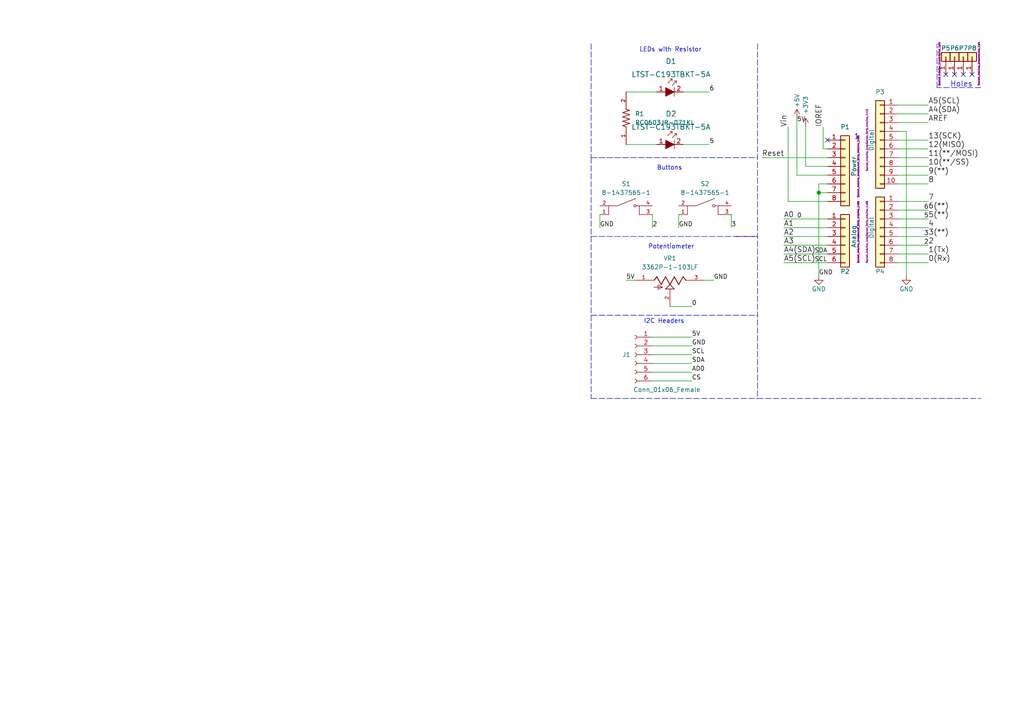
<source format=kicad_sch>
(kicad_sch (version 20211123) (generator eeschema)

  (uuid 6d5bf990-e87a-4829-a61f-8ea7b3162465)

  (paper "A4")

  (title_block
    (title "KiCad Project")
    (date "May 05 2022")
  )

  (lib_symbols
    (symbol "3362P-1-103LF:3362P-1-103LF" (pin_names (offset 1.016) hide) (in_bom yes) (on_board yes)
      (property "Reference" "VR" (id 0) (at -10.1854 2.54 0)
        (effects (font (size 1.27 1.27)) (justify left bottom))
      )
      (property "Value" "3362P-1-103LF" (id 1) (at -10.16 -7.6454 0)
        (effects (font (size 1.27 1.27)) (justify left bottom))
      )
      (property "Footprint" "TRIM_3362P-1-103LF" (id 2) (at 0 0 0)
        (effects (font (size 1.27 1.27)) (justify left bottom) hide)
      )
      (property "Datasheet" "" (id 3) (at 0 0 0)
        (effects (font (size 1.27 1.27)) (justify left bottom) hide)
      )
      (property "MF" "Bourns" (id 4) (at 0 0 0)
        (effects (font (size 1.27 1.27)) (justify left bottom) hide)
      )
      (property "PARTREV" "08/26/10" (id 5) (at 0 0 0)
        (effects (font (size 1.27 1.27)) (justify left bottom) hide)
      )
      (property "STANDARD" "Manufacturer Recommendation" (id 6) (at 0 0 0)
        (effects (font (size 1.27 1.27)) (justify left bottom) hide)
      )
      (property "MP" "3362P-1-205LF" (id 7) (at 0 0 0)
        (effects (font (size 1.27 1.27)) (justify left bottom) hide)
      )
      (property "ki_locked" "" (id 8) (at 0 0 0)
        (effects (font (size 1.27 1.27)))
      )
      (symbol "3362P-1-103LF_0_0"
        (polyline
          (pts
            (xy -5.08 0)
            (xy -4.572 0)
          )
          (stroke (width 0.1524) (type default) (color 0 0 0 0))
          (fill (type none))
        )
        (polyline
          (pts
            (xy -4.699 -2.032)
            (xy -2.159 -2.032)
          )
          (stroke (width 0.1524) (type default) (color 0 0 0 0))
          (fill (type none))
        )
        (polyline
          (pts
            (xy -4.572 0)
            (xy -3.81 1.016)
          )
          (stroke (width 0.254) (type default) (color 0 0 0 0))
          (fill (type none))
        )
        (polyline
          (pts
            (xy -3.81 1.016)
            (xy -2.54 -1.27)
          )
          (stroke (width 0.254) (type default) (color 0 0 0 0))
          (fill (type none))
        )
        (polyline
          (pts
            (xy -3.429 -2.667)
            (xy -3.429 -1.397)
          )
          (stroke (width 0.1524) (type default) (color 0 0 0 0))
          (fill (type none))
        )
        (polyline
          (pts
            (xy -3.429 -1.397)
            (xy -2.159 -2.032)
          )
          (stroke (width 0.1524) (type default) (color 0 0 0 0))
          (fill (type none))
        )
        (polyline
          (pts
            (xy -2.54 -1.27)
            (xy -1.27 1.016)
          )
          (stroke (width 0.254) (type default) (color 0 0 0 0))
          (fill (type none))
        )
        (polyline
          (pts
            (xy -2.159 -2.032)
            (xy -3.429 -2.667)
          )
          (stroke (width 0.1524) (type default) (color 0 0 0 0))
          (fill (type none))
        )
        (polyline
          (pts
            (xy -1.27 -2.54)
            (xy 0 -1.27)
          )
          (stroke (width 0.2032) (type default) (color 0 0 0 0))
          (fill (type none))
        )
        (polyline
          (pts
            (xy -1.27 1.016)
            (xy 0 -1.27)
          )
          (stroke (width 0.254) (type default) (color 0 0 0 0))
          (fill (type none))
        )
        (polyline
          (pts
            (xy 0 -1.27)
            (xy 1.27 -2.54)
          )
          (stroke (width 0.2032) (type default) (color 0 0 0 0))
          (fill (type none))
        )
        (polyline
          (pts
            (xy 0 -1.27)
            (xy 1.27 1.016)
          )
          (stroke (width 0.254) (type default) (color 0 0 0 0))
          (fill (type none))
        )
        (polyline
          (pts
            (xy 1.27 -2.54)
            (xy -1.27 -2.54)
          )
          (stroke (width 0.2032) (type default) (color 0 0 0 0))
          (fill (type none))
        )
        (polyline
          (pts
            (xy 1.27 1.016)
            (xy 2.54 -1.27)
          )
          (stroke (width 0.254) (type default) (color 0 0 0 0))
          (fill (type none))
        )
        (polyline
          (pts
            (xy 2.54 -1.27)
            (xy 3.81 1.016)
          )
          (stroke (width 0.254) (type default) (color 0 0 0 0))
          (fill (type none))
        )
        (polyline
          (pts
            (xy 3.81 1.016)
            (xy 4.572 0)
          )
          (stroke (width 0.254) (type default) (color 0 0 0 0))
          (fill (type none))
        )
        (polyline
          (pts
            (xy 4.572 0)
            (xy 5.08 0)
          )
          (stroke (width 0.1524) (type default) (color 0 0 0 0))
          (fill (type none))
        )
        (pin passive line (at -10.16 0 0) (length 5.08)
          (name "~" (effects (font (size 1.016 1.016))))
          (number "1" (effects (font (size 1.016 1.016))))
        )
        (pin passive line (at 0 -7.62 90) (length 5.08)
          (name "~" (effects (font (size 1.016 1.016))))
          (number "2" (effects (font (size 1.016 1.016))))
        )
        (pin passive line (at 10.16 0 180) (length 5.08)
          (name "~" (effects (font (size 1.016 1.016))))
          (number "3" (effects (font (size 1.016 1.016))))
        )
      )
    )
    (symbol "8-1437565-1:8-1437565-1" (pin_names (offset 1.016) hide) (in_bom yes) (on_board yes)
      (property "Reference" "S?" (id 0) (at 0 7.62 0)
        (effects (font (size 1.27 1.27)))
      )
      (property "Value" "8-1437565-1" (id 1) (at 0 5.08 0)
        (effects (font (size 1.27 1.27)))
      )
      (property "Footprint" "SW_8-1437565-1" (id 2) (at 8.89 3.81 0)
        (effects (font (size 1.27 1.27)) (justify left bottom) hide)
      )
      (property "Datasheet" "" (id 3) (at 0 0 0)
        (effects (font (size 1.27 1.27)) (justify left bottom) hide)
      )
      (property "Comment" "8-1437565-1" (id 4) (at 10.16 1.27 0)
        (effects (font (size 1.27 1.27)) (justify left bottom) hide)
      )
      (property "ki_locked" "" (id 5) (at 0 0 0)
        (effects (font (size 1.27 1.27)))
      )
      (symbol "8-1437565-1_0_0"
        (polyline
          (pts
            (xy -2.54 0)
            (xy -5.08 0)
          )
          (stroke (width 0.1524) (type default) (color 0 0 0 0))
          (fill (type none))
        )
        (polyline
          (pts
            (xy -2.54 0)
            (xy 2.794 2.1336)
          )
          (stroke (width 0.1524) (type default) (color 0 0 0 0))
          (fill (type none))
        )
        (polyline
          (pts
            (xy 5.08 0)
            (xy 2.921 0)
          )
          (stroke (width 0.1524) (type default) (color 0 0 0 0))
          (fill (type none))
        )
        (circle (center 2.54 0) (radius 0.3302)
          (stroke (width 0.1524) (type default) (color 0 0 0 0))
          (fill (type none))
        )
        (pin passive line (at -7.62 -2.54 0) (length 2.54)
          (name "~" (effects (font (size 1.016 1.016))))
          (number "1" (effects (font (size 1.016 1.016))))
        )
        (pin passive line (at -7.62 0 0) (length 2.54)
          (name "~" (effects (font (size 1.016 1.016))))
          (number "2" (effects (font (size 1.016 1.016))))
        )
        (pin passive line (at 7.62 -2.54 180) (length 2.54)
          (name "~" (effects (font (size 1.016 1.016))))
          (number "3" (effects (font (size 1.016 1.016))))
        )
        (pin passive line (at 7.62 0 180) (length 2.54)
          (name "~" (effects (font (size 1.016 1.016))))
          (number "4" (effects (font (size 1.016 1.016))))
        )
      )
      (symbol "8-1437565-1_0_1"
        (polyline
          (pts
            (xy -5.08 -2.54)
            (xy -5.08 0)
          )
          (stroke (width 0) (type default) (color 0 0 0 0))
          (fill (type none))
        )
        (polyline
          (pts
            (xy 3.81 -2.54)
            (xy 3.81 0)
          )
          (stroke (width 0) (type default) (color 0 0 0 0))
          (fill (type none))
        )
        (polyline
          (pts
            (xy 5.08 -2.54)
            (xy 3.81 -2.54)
          )
          (stroke (width 0) (type default) (color 0 0 0 0))
          (fill (type none))
        )
      )
    )
    (symbol "Connector:Conn_01x06_Female" (pin_names (offset 1.016) hide) (in_bom yes) (on_board yes)
      (property "Reference" "J" (id 0) (at 0 7.62 0)
        (effects (font (size 1.27 1.27)))
      )
      (property "Value" "Conn_01x06_Female" (id 1) (at 0 -10.16 0)
        (effects (font (size 1.27 1.27)))
      )
      (property "Footprint" "" (id 2) (at 0 0 0)
        (effects (font (size 1.27 1.27)) hide)
      )
      (property "Datasheet" "~" (id 3) (at 0 0 0)
        (effects (font (size 1.27 1.27)) hide)
      )
      (property "ki_keywords" "connector" (id 4) (at 0 0 0)
        (effects (font (size 1.27 1.27)) hide)
      )
      (property "ki_description" "Generic connector, single row, 01x06, script generated (kicad-library-utils/schlib/autogen/connector/)" (id 5) (at 0 0 0)
        (effects (font (size 1.27 1.27)) hide)
      )
      (property "ki_fp_filters" "Connector*:*_1x??_*" (id 6) (at 0 0 0)
        (effects (font (size 1.27 1.27)) hide)
      )
      (symbol "Conn_01x06_Female_1_1"
        (arc (start 0 -7.112) (mid -0.508 -7.62) (end 0 -8.128)
          (stroke (width 0.1524) (type default) (color 0 0 0 0))
          (fill (type none))
        )
        (arc (start 0 -4.572) (mid -0.508 -5.08) (end 0 -5.588)
          (stroke (width 0.1524) (type default) (color 0 0 0 0))
          (fill (type none))
        )
        (arc (start 0 -2.032) (mid -0.508 -2.54) (end 0 -3.048)
          (stroke (width 0.1524) (type default) (color 0 0 0 0))
          (fill (type none))
        )
        (polyline
          (pts
            (xy -1.27 -7.62)
            (xy -0.508 -7.62)
          )
          (stroke (width 0.1524) (type default) (color 0 0 0 0))
          (fill (type none))
        )
        (polyline
          (pts
            (xy -1.27 -5.08)
            (xy -0.508 -5.08)
          )
          (stroke (width 0.1524) (type default) (color 0 0 0 0))
          (fill (type none))
        )
        (polyline
          (pts
            (xy -1.27 -2.54)
            (xy -0.508 -2.54)
          )
          (stroke (width 0.1524) (type default) (color 0 0 0 0))
          (fill (type none))
        )
        (polyline
          (pts
            (xy -1.27 0)
            (xy -0.508 0)
          )
          (stroke (width 0.1524) (type default) (color 0 0 0 0))
          (fill (type none))
        )
        (polyline
          (pts
            (xy -1.27 2.54)
            (xy -0.508 2.54)
          )
          (stroke (width 0.1524) (type default) (color 0 0 0 0))
          (fill (type none))
        )
        (polyline
          (pts
            (xy -1.27 5.08)
            (xy -0.508 5.08)
          )
          (stroke (width 0.1524) (type default) (color 0 0 0 0))
          (fill (type none))
        )
        (arc (start 0 0.508) (mid -0.508 0) (end 0 -0.508)
          (stroke (width 0.1524) (type default) (color 0 0 0 0))
          (fill (type none))
        )
        (arc (start 0 3.048) (mid -0.508 2.54) (end 0 2.032)
          (stroke (width 0.1524) (type default) (color 0 0 0 0))
          (fill (type none))
        )
        (arc (start 0 5.588) (mid -0.508 5.08) (end 0 4.572)
          (stroke (width 0.1524) (type default) (color 0 0 0 0))
          (fill (type none))
        )
        (pin passive line (at -5.08 5.08 0) (length 3.81)
          (name "Pin_1" (effects (font (size 1.27 1.27))))
          (number "1" (effects (font (size 1.27 1.27))))
        )
        (pin passive line (at -5.08 2.54 0) (length 3.81)
          (name "Pin_2" (effects (font (size 1.27 1.27))))
          (number "2" (effects (font (size 1.27 1.27))))
        )
        (pin passive line (at -5.08 0 0) (length 3.81)
          (name "Pin_3" (effects (font (size 1.27 1.27))))
          (number "3" (effects (font (size 1.27 1.27))))
        )
        (pin passive line (at -5.08 -2.54 0) (length 3.81)
          (name "Pin_4" (effects (font (size 1.27 1.27))))
          (number "4" (effects (font (size 1.27 1.27))))
        )
        (pin passive line (at -5.08 -5.08 0) (length 3.81)
          (name "Pin_5" (effects (font (size 1.27 1.27))))
          (number "5" (effects (font (size 1.27 1.27))))
        )
        (pin passive line (at -5.08 -7.62 0) (length 3.81)
          (name "Pin_6" (effects (font (size 1.27 1.27))))
          (number "6" (effects (font (size 1.27 1.27))))
        )
      )
    )
    (symbol "Connector_Generic:Conn_01x01" (pin_names (offset 1.016) hide) (in_bom yes) (on_board yes)
      (property "Reference" "J" (id 0) (at 0 2.54 0)
        (effects (font (size 1.27 1.27)))
      )
      (property "Value" "Conn_01x01" (id 1) (at 0 -2.54 0)
        (effects (font (size 1.27 1.27)))
      )
      (property "Footprint" "" (id 2) (at 0 0 0)
        (effects (font (size 1.27 1.27)) hide)
      )
      (property "Datasheet" "~" (id 3) (at 0 0 0)
        (effects (font (size 1.27 1.27)) hide)
      )
      (property "ki_keywords" "connector" (id 4) (at 0 0 0)
        (effects (font (size 1.27 1.27)) hide)
      )
      (property "ki_description" "Generic connector, single row, 01x01, script generated (kicad-library-utils/schlib/autogen/connector/)" (id 5) (at 0 0 0)
        (effects (font (size 1.27 1.27)) hide)
      )
      (property "ki_fp_filters" "Connector*:*_1x??_*" (id 6) (at 0 0 0)
        (effects (font (size 1.27 1.27)) hide)
      )
      (symbol "Conn_01x01_1_1"
        (rectangle (start -1.27 0.127) (end 0 -0.127)
          (stroke (width 0.1524) (type default) (color 0 0 0 0))
          (fill (type none))
        )
        (rectangle (start -1.27 1.27) (end 1.27 -1.27)
          (stroke (width 0.254) (type default) (color 0 0 0 0))
          (fill (type background))
        )
        (pin passive line (at -5.08 0 0) (length 3.81)
          (name "Pin_1" (effects (font (size 1.27 1.27))))
          (number "1" (effects (font (size 1.27 1.27))))
        )
      )
    )
    (symbol "Connector_Generic:Conn_01x06" (pin_names (offset 1.016) hide) (in_bom yes) (on_board yes)
      (property "Reference" "J" (id 0) (at 0 7.62 0)
        (effects (font (size 1.27 1.27)))
      )
      (property "Value" "Conn_01x06" (id 1) (at 0 -10.16 0)
        (effects (font (size 1.27 1.27)))
      )
      (property "Footprint" "" (id 2) (at 0 0 0)
        (effects (font (size 1.27 1.27)) hide)
      )
      (property "Datasheet" "~" (id 3) (at 0 0 0)
        (effects (font (size 1.27 1.27)) hide)
      )
      (property "ki_keywords" "connector" (id 4) (at 0 0 0)
        (effects (font (size 1.27 1.27)) hide)
      )
      (property "ki_description" "Generic connector, single row, 01x06, script generated (kicad-library-utils/schlib/autogen/connector/)" (id 5) (at 0 0 0)
        (effects (font (size 1.27 1.27)) hide)
      )
      (property "ki_fp_filters" "Connector*:*_1x??_*" (id 6) (at 0 0 0)
        (effects (font (size 1.27 1.27)) hide)
      )
      (symbol "Conn_01x06_1_1"
        (rectangle (start -1.27 -7.493) (end 0 -7.747)
          (stroke (width 0.1524) (type default) (color 0 0 0 0))
          (fill (type none))
        )
        (rectangle (start -1.27 -4.953) (end 0 -5.207)
          (stroke (width 0.1524) (type default) (color 0 0 0 0))
          (fill (type none))
        )
        (rectangle (start -1.27 -2.413) (end 0 -2.667)
          (stroke (width 0.1524) (type default) (color 0 0 0 0))
          (fill (type none))
        )
        (rectangle (start -1.27 0.127) (end 0 -0.127)
          (stroke (width 0.1524) (type default) (color 0 0 0 0))
          (fill (type none))
        )
        (rectangle (start -1.27 2.667) (end 0 2.413)
          (stroke (width 0.1524) (type default) (color 0 0 0 0))
          (fill (type none))
        )
        (rectangle (start -1.27 5.207) (end 0 4.953)
          (stroke (width 0.1524) (type default) (color 0 0 0 0))
          (fill (type none))
        )
        (rectangle (start -1.27 6.35) (end 1.27 -8.89)
          (stroke (width 0.254) (type default) (color 0 0 0 0))
          (fill (type background))
        )
        (pin passive line (at -5.08 5.08 0) (length 3.81)
          (name "Pin_1" (effects (font (size 1.27 1.27))))
          (number "1" (effects (font (size 1.27 1.27))))
        )
        (pin passive line (at -5.08 2.54 0) (length 3.81)
          (name "Pin_2" (effects (font (size 1.27 1.27))))
          (number "2" (effects (font (size 1.27 1.27))))
        )
        (pin passive line (at -5.08 0 0) (length 3.81)
          (name "Pin_3" (effects (font (size 1.27 1.27))))
          (number "3" (effects (font (size 1.27 1.27))))
        )
        (pin passive line (at -5.08 -2.54 0) (length 3.81)
          (name "Pin_4" (effects (font (size 1.27 1.27))))
          (number "4" (effects (font (size 1.27 1.27))))
        )
        (pin passive line (at -5.08 -5.08 0) (length 3.81)
          (name "Pin_5" (effects (font (size 1.27 1.27))))
          (number "5" (effects (font (size 1.27 1.27))))
        )
        (pin passive line (at -5.08 -7.62 0) (length 3.81)
          (name "Pin_6" (effects (font (size 1.27 1.27))))
          (number "6" (effects (font (size 1.27 1.27))))
        )
      )
    )
    (symbol "Connector_Generic:Conn_01x08" (pin_names (offset 1.016) hide) (in_bom yes) (on_board yes)
      (property "Reference" "J" (id 0) (at 0 10.16 0)
        (effects (font (size 1.27 1.27)))
      )
      (property "Value" "Conn_01x08" (id 1) (at 0 -12.7 0)
        (effects (font (size 1.27 1.27)))
      )
      (property "Footprint" "" (id 2) (at 0 0 0)
        (effects (font (size 1.27 1.27)) hide)
      )
      (property "Datasheet" "~" (id 3) (at 0 0 0)
        (effects (font (size 1.27 1.27)) hide)
      )
      (property "ki_keywords" "connector" (id 4) (at 0 0 0)
        (effects (font (size 1.27 1.27)) hide)
      )
      (property "ki_description" "Generic connector, single row, 01x08, script generated (kicad-library-utils/schlib/autogen/connector/)" (id 5) (at 0 0 0)
        (effects (font (size 1.27 1.27)) hide)
      )
      (property "ki_fp_filters" "Connector*:*_1x??_*" (id 6) (at 0 0 0)
        (effects (font (size 1.27 1.27)) hide)
      )
      (symbol "Conn_01x08_1_1"
        (rectangle (start -1.27 -10.033) (end 0 -10.287)
          (stroke (width 0.1524) (type default) (color 0 0 0 0))
          (fill (type none))
        )
        (rectangle (start -1.27 -7.493) (end 0 -7.747)
          (stroke (width 0.1524) (type default) (color 0 0 0 0))
          (fill (type none))
        )
        (rectangle (start -1.27 -4.953) (end 0 -5.207)
          (stroke (width 0.1524) (type default) (color 0 0 0 0))
          (fill (type none))
        )
        (rectangle (start -1.27 -2.413) (end 0 -2.667)
          (stroke (width 0.1524) (type default) (color 0 0 0 0))
          (fill (type none))
        )
        (rectangle (start -1.27 0.127) (end 0 -0.127)
          (stroke (width 0.1524) (type default) (color 0 0 0 0))
          (fill (type none))
        )
        (rectangle (start -1.27 2.667) (end 0 2.413)
          (stroke (width 0.1524) (type default) (color 0 0 0 0))
          (fill (type none))
        )
        (rectangle (start -1.27 5.207) (end 0 4.953)
          (stroke (width 0.1524) (type default) (color 0 0 0 0))
          (fill (type none))
        )
        (rectangle (start -1.27 7.747) (end 0 7.493)
          (stroke (width 0.1524) (type default) (color 0 0 0 0))
          (fill (type none))
        )
        (rectangle (start -1.27 8.89) (end 1.27 -11.43)
          (stroke (width 0.254) (type default) (color 0 0 0 0))
          (fill (type background))
        )
        (pin passive line (at -5.08 7.62 0) (length 3.81)
          (name "Pin_1" (effects (font (size 1.27 1.27))))
          (number "1" (effects (font (size 1.27 1.27))))
        )
        (pin passive line (at -5.08 5.08 0) (length 3.81)
          (name "Pin_2" (effects (font (size 1.27 1.27))))
          (number "2" (effects (font (size 1.27 1.27))))
        )
        (pin passive line (at -5.08 2.54 0) (length 3.81)
          (name "Pin_3" (effects (font (size 1.27 1.27))))
          (number "3" (effects (font (size 1.27 1.27))))
        )
        (pin passive line (at -5.08 0 0) (length 3.81)
          (name "Pin_4" (effects (font (size 1.27 1.27))))
          (number "4" (effects (font (size 1.27 1.27))))
        )
        (pin passive line (at -5.08 -2.54 0) (length 3.81)
          (name "Pin_5" (effects (font (size 1.27 1.27))))
          (number "5" (effects (font (size 1.27 1.27))))
        )
        (pin passive line (at -5.08 -5.08 0) (length 3.81)
          (name "Pin_6" (effects (font (size 1.27 1.27))))
          (number "6" (effects (font (size 1.27 1.27))))
        )
        (pin passive line (at -5.08 -7.62 0) (length 3.81)
          (name "Pin_7" (effects (font (size 1.27 1.27))))
          (number "7" (effects (font (size 1.27 1.27))))
        )
        (pin passive line (at -5.08 -10.16 0) (length 3.81)
          (name "Pin_8" (effects (font (size 1.27 1.27))))
          (number "8" (effects (font (size 1.27 1.27))))
        )
      )
    )
    (symbol "Connector_Generic:Conn_01x10" (pin_names (offset 1.016) hide) (in_bom yes) (on_board yes)
      (property "Reference" "J" (id 0) (at 0 12.7 0)
        (effects (font (size 1.27 1.27)))
      )
      (property "Value" "Conn_01x10" (id 1) (at 0 -15.24 0)
        (effects (font (size 1.27 1.27)))
      )
      (property "Footprint" "" (id 2) (at 0 0 0)
        (effects (font (size 1.27 1.27)) hide)
      )
      (property "Datasheet" "~" (id 3) (at 0 0 0)
        (effects (font (size 1.27 1.27)) hide)
      )
      (property "ki_keywords" "connector" (id 4) (at 0 0 0)
        (effects (font (size 1.27 1.27)) hide)
      )
      (property "ki_description" "Generic connector, single row, 01x10, script generated (kicad-library-utils/schlib/autogen/connector/)" (id 5) (at 0 0 0)
        (effects (font (size 1.27 1.27)) hide)
      )
      (property "ki_fp_filters" "Connector*:*_1x??_*" (id 6) (at 0 0 0)
        (effects (font (size 1.27 1.27)) hide)
      )
      (symbol "Conn_01x10_1_1"
        (rectangle (start -1.27 -12.573) (end 0 -12.827)
          (stroke (width 0.1524) (type default) (color 0 0 0 0))
          (fill (type none))
        )
        (rectangle (start -1.27 -10.033) (end 0 -10.287)
          (stroke (width 0.1524) (type default) (color 0 0 0 0))
          (fill (type none))
        )
        (rectangle (start -1.27 -7.493) (end 0 -7.747)
          (stroke (width 0.1524) (type default) (color 0 0 0 0))
          (fill (type none))
        )
        (rectangle (start -1.27 -4.953) (end 0 -5.207)
          (stroke (width 0.1524) (type default) (color 0 0 0 0))
          (fill (type none))
        )
        (rectangle (start -1.27 -2.413) (end 0 -2.667)
          (stroke (width 0.1524) (type default) (color 0 0 0 0))
          (fill (type none))
        )
        (rectangle (start -1.27 0.127) (end 0 -0.127)
          (stroke (width 0.1524) (type default) (color 0 0 0 0))
          (fill (type none))
        )
        (rectangle (start -1.27 2.667) (end 0 2.413)
          (stroke (width 0.1524) (type default) (color 0 0 0 0))
          (fill (type none))
        )
        (rectangle (start -1.27 5.207) (end 0 4.953)
          (stroke (width 0.1524) (type default) (color 0 0 0 0))
          (fill (type none))
        )
        (rectangle (start -1.27 7.747) (end 0 7.493)
          (stroke (width 0.1524) (type default) (color 0 0 0 0))
          (fill (type none))
        )
        (rectangle (start -1.27 10.287) (end 0 10.033)
          (stroke (width 0.1524) (type default) (color 0 0 0 0))
          (fill (type none))
        )
        (rectangle (start -1.27 11.43) (end 1.27 -13.97)
          (stroke (width 0.254) (type default) (color 0 0 0 0))
          (fill (type background))
        )
        (pin passive line (at -5.08 10.16 0) (length 3.81)
          (name "Pin_1" (effects (font (size 1.27 1.27))))
          (number "1" (effects (font (size 1.27 1.27))))
        )
        (pin passive line (at -5.08 -12.7 0) (length 3.81)
          (name "Pin_10" (effects (font (size 1.27 1.27))))
          (number "10" (effects (font (size 1.27 1.27))))
        )
        (pin passive line (at -5.08 7.62 0) (length 3.81)
          (name "Pin_2" (effects (font (size 1.27 1.27))))
          (number "2" (effects (font (size 1.27 1.27))))
        )
        (pin passive line (at -5.08 5.08 0) (length 3.81)
          (name "Pin_3" (effects (font (size 1.27 1.27))))
          (number "3" (effects (font (size 1.27 1.27))))
        )
        (pin passive line (at -5.08 2.54 0) (length 3.81)
          (name "Pin_4" (effects (font (size 1.27 1.27))))
          (number "4" (effects (font (size 1.27 1.27))))
        )
        (pin passive line (at -5.08 0 0) (length 3.81)
          (name "Pin_5" (effects (font (size 1.27 1.27))))
          (number "5" (effects (font (size 1.27 1.27))))
        )
        (pin passive line (at -5.08 -2.54 0) (length 3.81)
          (name "Pin_6" (effects (font (size 1.27 1.27))))
          (number "6" (effects (font (size 1.27 1.27))))
        )
        (pin passive line (at -5.08 -5.08 0) (length 3.81)
          (name "Pin_7" (effects (font (size 1.27 1.27))))
          (number "7" (effects (font (size 1.27 1.27))))
        )
        (pin passive line (at -5.08 -7.62 0) (length 3.81)
          (name "Pin_8" (effects (font (size 1.27 1.27))))
          (number "8" (effects (font (size 1.27 1.27))))
        )
        (pin passive line (at -5.08 -10.16 0) (length 3.81)
          (name "Pin_9" (effects (font (size 1.27 1.27))))
          (number "9" (effects (font (size 1.27 1.27))))
        )
      )
    )
    (symbol "RC0603JR-071KL:RC0603JR-071KL" (pin_names (offset 1.016) hide) (in_bom yes) (on_board yes)
      (property "Reference" "R" (id 0) (at -3.81 1.4986 0)
        (effects (font (size 1.27 1.27)) (justify left bottom))
      )
      (property "Value" "RC0603JR-071KL" (id 1) (at -3.81 -3.302 0)
        (effects (font (size 1.27 1.27)) (justify left bottom))
      )
      (property "Footprint" "RESC1607X60N" (id 2) (at 0 0 0)
        (effects (font (size 1.27 1.27)) (justify left bottom) hide)
      )
      (property "Datasheet" "" (id 3) (at 0 0 0)
        (effects (font (size 1.27 1.27)) (justify left bottom) hide)
      )
      (property "ki_locked" "" (id 4) (at 0 0 0)
        (effects (font (size 1.27 1.27)))
      )
      (symbol "RC0603JR-071KL_0_0"
        (polyline
          (pts
            (xy -2.54 0)
            (xy -2.159 1.016)
          )
          (stroke (width 0.2032) (type default) (color 0 0 0 0))
          (fill (type none))
        )
        (polyline
          (pts
            (xy -2.159 1.016)
            (xy -1.524 -1.016)
          )
          (stroke (width 0.2032) (type default) (color 0 0 0 0))
          (fill (type none))
        )
        (polyline
          (pts
            (xy -1.524 -1.016)
            (xy -0.889 1.016)
          )
          (stroke (width 0.2032) (type default) (color 0 0 0 0))
          (fill (type none))
        )
        (polyline
          (pts
            (xy -0.889 1.016)
            (xy -0.254 -1.016)
          )
          (stroke (width 0.2032) (type default) (color 0 0 0 0))
          (fill (type none))
        )
        (polyline
          (pts
            (xy -0.254 -1.016)
            (xy 0.381 1.016)
          )
          (stroke (width 0.2032) (type default) (color 0 0 0 0))
          (fill (type none))
        )
        (polyline
          (pts
            (xy 0.381 1.016)
            (xy 1.016 -1.016)
          )
          (stroke (width 0.2032) (type default) (color 0 0 0 0))
          (fill (type none))
        )
        (polyline
          (pts
            (xy 1.016 -1.016)
            (xy 1.651 1.016)
          )
          (stroke (width 0.2032) (type default) (color 0 0 0 0))
          (fill (type none))
        )
        (polyline
          (pts
            (xy 1.651 1.016)
            (xy 2.286 -1.016)
          )
          (stroke (width 0.2032) (type default) (color 0 0 0 0))
          (fill (type none))
        )
        (polyline
          (pts
            (xy 2.286 -1.016)
            (xy 2.54 0)
          )
          (stroke (width 0.2032) (type default) (color 0 0 0 0))
          (fill (type none))
        )
        (pin passive line (at -7.62 0 0) (length 5.08)
          (name "~" (effects (font (size 1.016 1.016))))
          (number "1" (effects (font (size 1.016 1.016))))
        )
        (pin passive line (at 7.62 0 180) (length 5.08)
          (name "~" (effects (font (size 1.016 1.016))))
          (number "2" (effects (font (size 1.016 1.016))))
        )
      )
    )
    (symbol "dk_LED-Indication-Discrete:LTST-C193TBKT-5A" (pin_names (offset 0)) (in_bom yes) (on_board yes)
      (property "Reference" "D" (id 0) (at -3.81 2.54 0)
        (effects (font (size 1.524 1.524)))
      )
      (property "Value" "LTST-C193TBKT-5A" (id 1) (at 0 -3.81 0)
        (effects (font (size 1.524 1.524)))
      )
      (property "Footprint" "digikey-footprints:0603" (id 2) (at 5.08 5.08 0)
        (effects (font (size 1.524 1.524)) (justify left) hide)
      )
      (property "Datasheet" "https://media.digikey.com/pdf/Data%20Sheets/Lite-On%20PDFs/LTST-C193TBKT-5A.pdf" (id 3) (at 5.08 7.62 0)
        (effects (font (size 1.524 1.524)) (justify left) hide)
      )
      (property "Digi-Key_PN" "160-1827-1-ND" (id 4) (at 5.08 10.16 0)
        (effects (font (size 1.524 1.524)) (justify left) hide)
      )
      (property "MPN" "LTST-C193TBKT-5A" (id 5) (at 5.08 12.7 0)
        (effects (font (size 1.524 1.524)) (justify left) hide)
      )
      (property "Category" "Optoelectronics" (id 6) (at 5.08 15.24 0)
        (effects (font (size 1.524 1.524)) (justify left) hide)
      )
      (property "Family" "LED Indication - Discrete" (id 7) (at 5.08 17.78 0)
        (effects (font (size 1.524 1.524)) (justify left) hide)
      )
      (property "DK_Datasheet_Link" "https://media.digikey.com/pdf/Data%20Sheets/Lite-On%20PDFs/LTST-C193TBKT-5A.pdf" (id 8) (at 5.08 20.32 0)
        (effects (font (size 1.524 1.524)) (justify left) hide)
      )
      (property "DK_Detail_Page" "/product-detail/en/lite-on-inc/LTST-C193TBKT-5A/160-1827-1-ND/2355044" (id 9) (at 5.08 22.86 0)
        (effects (font (size 1.524 1.524)) (justify left) hide)
      )
      (property "Description" "LED BLUE CLEAR CHIP SMD" (id 10) (at 5.08 25.4 0)
        (effects (font (size 1.524 1.524)) (justify left) hide)
      )
      (property "Manufacturer" "Lite-On Inc." (id 11) (at 5.08 27.94 0)
        (effects (font (size 1.524 1.524)) (justify left) hide)
      )
      (property "Status" "Active" (id 12) (at 5.08 30.48 0)
        (effects (font (size 1.524 1.524)) (justify left) hide)
      )
      (property "ki_keywords" "160-1827-1-ND" (id 13) (at 0 0 0)
        (effects (font (size 1.27 1.27)) hide)
      )
      (property "ki_description" "LED BLUE CLEAR CHIP SMD" (id 14) (at 0 0 0)
        (effects (font (size 1.27 1.27)) hide)
      )
      (symbol "LTST-C193TBKT-5A_0_1"
        (polyline
          (pts
            (xy -0.635 3.81)
            (xy -1.905 2.54)
          )
          (stroke (width 0) (type default) (color 0 0 0 0))
          (fill (type none))
        )
        (polyline
          (pts
            (xy 0 1.27)
            (xy 0 -1.27)
          )
          (stroke (width 0) (type default) (color 0 0 0 0))
          (fill (type none))
        )
        (polyline
          (pts
            (xy 0.635 3.175)
            (xy -0.635 1.905)
          )
          (stroke (width 0) (type default) (color 0 0 0 0))
          (fill (type none))
        )
        (polyline
          (pts
            (xy -1.27 3.81)
            (xy -0.635 3.81)
            (xy -0.635 3.175)
          )
          (stroke (width 0) (type default) (color 0 0 0 0))
          (fill (type none))
        )
        (polyline
          (pts
            (xy 0 3.175)
            (xy 0.635 3.175)
            (xy 0.635 2.54)
          )
          (stroke (width 0) (type default) (color 0 0 0 0))
          (fill (type none))
        )
        (polyline
          (pts
            (xy -2.54 1.27)
            (xy -2.54 -1.27)
            (xy 0 0)
            (xy -2.54 1.27)
          )
          (stroke (width 0) (type default) (color 0 0 0 0))
          (fill (type outline))
        )
      )
      (symbol "LTST-C193TBKT-5A_1_1"
        (pin passive line (at -5.08 0 0) (length 2.54)
          (name "~" (effects (font (size 1.27 1.27))))
          (number "1" (effects (font (size 1.27 1.27))))
        )
        (pin passive line (at 2.54 0 180) (length 2.54)
          (name "~" (effects (font (size 1.27 1.27))))
          (number "2" (effects (font (size 1.27 1.27))))
        )
      )
    )
    (symbol "power:+3.3V" (power) (pin_names (offset 0)) (in_bom yes) (on_board yes)
      (property "Reference" "#PWR" (id 0) (at 0 -3.81 0)
        (effects (font (size 1.27 1.27)) hide)
      )
      (property "Value" "+3.3V" (id 1) (at 0 3.556 0)
        (effects (font (size 1.27 1.27)))
      )
      (property "Footprint" "" (id 2) (at 0 0 0)
        (effects (font (size 1.27 1.27)) hide)
      )
      (property "Datasheet" "" (id 3) (at 0 0 0)
        (effects (font (size 1.27 1.27)) hide)
      )
      (property "ki_keywords" "power-flag" (id 4) (at 0 0 0)
        (effects (font (size 1.27 1.27)) hide)
      )
      (property "ki_description" "Power symbol creates a global label with name \"+3.3V\"" (id 5) (at 0 0 0)
        (effects (font (size 1.27 1.27)) hide)
      )
      (symbol "+3.3V_0_1"
        (polyline
          (pts
            (xy -0.762 1.27)
            (xy 0 2.54)
          )
          (stroke (width 0) (type default) (color 0 0 0 0))
          (fill (type none))
        )
        (polyline
          (pts
            (xy 0 0)
            (xy 0 2.54)
          )
          (stroke (width 0) (type default) (color 0 0 0 0))
          (fill (type none))
        )
        (polyline
          (pts
            (xy 0 2.54)
            (xy 0.762 1.27)
          )
          (stroke (width 0) (type default) (color 0 0 0 0))
          (fill (type none))
        )
      )
      (symbol "+3.3V_1_1"
        (pin power_in line (at 0 0 90) (length 0) hide
          (name "+3V3" (effects (font (size 1.27 1.27))))
          (number "1" (effects (font (size 1.27 1.27))))
        )
      )
    )
    (symbol "power:+5V" (power) (pin_names (offset 0)) (in_bom yes) (on_board yes)
      (property "Reference" "#PWR" (id 0) (at 0 -3.81 0)
        (effects (font (size 1.27 1.27)) hide)
      )
      (property "Value" "+5V" (id 1) (at 0 3.556 0)
        (effects (font (size 1.27 1.27)))
      )
      (property "Footprint" "" (id 2) (at 0 0 0)
        (effects (font (size 1.27 1.27)) hide)
      )
      (property "Datasheet" "" (id 3) (at 0 0 0)
        (effects (font (size 1.27 1.27)) hide)
      )
      (property "ki_keywords" "power-flag" (id 4) (at 0 0 0)
        (effects (font (size 1.27 1.27)) hide)
      )
      (property "ki_description" "Power symbol creates a global label with name \"+5V\"" (id 5) (at 0 0 0)
        (effects (font (size 1.27 1.27)) hide)
      )
      (symbol "+5V_0_1"
        (polyline
          (pts
            (xy -0.762 1.27)
            (xy 0 2.54)
          )
          (stroke (width 0) (type default) (color 0 0 0 0))
          (fill (type none))
        )
        (polyline
          (pts
            (xy 0 0)
            (xy 0 2.54)
          )
          (stroke (width 0) (type default) (color 0 0 0 0))
          (fill (type none))
        )
        (polyline
          (pts
            (xy 0 2.54)
            (xy 0.762 1.27)
          )
          (stroke (width 0) (type default) (color 0 0 0 0))
          (fill (type none))
        )
      )
      (symbol "+5V_1_1"
        (pin power_in line (at 0 0 90) (length 0) hide
          (name "+5V" (effects (font (size 1.27 1.27))))
          (number "1" (effects (font (size 1.27 1.27))))
        )
      )
    )
    (symbol "power:GND" (power) (pin_names (offset 0)) (in_bom yes) (on_board yes)
      (property "Reference" "#PWR" (id 0) (at 0 -6.35 0)
        (effects (font (size 1.27 1.27)) hide)
      )
      (property "Value" "GND" (id 1) (at 0 -3.81 0)
        (effects (font (size 1.27 1.27)))
      )
      (property "Footprint" "" (id 2) (at 0 0 0)
        (effects (font (size 1.27 1.27)) hide)
      )
      (property "Datasheet" "" (id 3) (at 0 0 0)
        (effects (font (size 1.27 1.27)) hide)
      )
      (property "ki_keywords" "power-flag" (id 4) (at 0 0 0)
        (effects (font (size 1.27 1.27)) hide)
      )
      (property "ki_description" "Power symbol creates a global label with name \"GND\" , ground" (id 5) (at 0 0 0)
        (effects (font (size 1.27 1.27)) hide)
      )
      (symbol "GND_0_1"
        (polyline
          (pts
            (xy 0 0)
            (xy 0 -1.27)
            (xy 1.27 -1.27)
            (xy 0 -2.54)
            (xy -1.27 -1.27)
            (xy 0 -1.27)
          )
          (stroke (width 0) (type default) (color 0 0 0 0))
          (fill (type none))
        )
      )
      (symbol "GND_1_1"
        (pin power_in line (at 0 0 270) (length 0) hide
          (name "GND" (effects (font (size 1.27 1.27))))
          (number "1" (effects (font (size 1.27 1.27))))
        )
      )
    )
  )


  (junction (at 237.49 55.88) (diameter 1.016) (color 0 0 0 0)
    (uuid f0305a19-1293-46c9-9810-aa49b8dab8a4)
  )

  (no_connect (at 279.4 21.59) (uuid 1e6b0158-998f-479f-b5f3-a9a5c4344aa5))
  (no_connect (at 274.32 21.59) (uuid 21366241-88bb-42b5-950a-a4754adb3a1f))
  (no_connect (at 276.86 21.59) (uuid 758fd30e-3356-4227-a550-77c711885a43))
  (no_connect (at 281.94 21.59) (uuid 8f403774-7818-41c9-9d2d-6d850f8c47f7))
  (no_connect (at 240.03 40.64) (uuid 9f0cde0b-9c6a-4eb9-a729-bc8288f3f315))

  (wire (pts (xy 240.03 48.26) (xy 233.68 48.26))
    (stroke (width 0) (type solid) (color 0 0 0 0))
    (uuid 0757f431-c497-40d7-959f-e2313f119673)
  )
  (wire (pts (xy 189.23 97.79) (xy 200.66 97.79))
    (stroke (width 0) (type default) (color 0 0 0 0))
    (uuid 098f04d8-c615-4cff-9381-3187b7380780)
  )
  (wire (pts (xy 240.03 71.12) (xy 227.33 71.12))
    (stroke (width 0) (type solid) (color 0 0 0 0))
    (uuid 0aedcc2d-5c81-44ad-9067-9f2bc34b25ff)
  )
  (wire (pts (xy 189.23 62.23) (xy 189.23 66.04))
    (stroke (width 0) (type default) (color 0 0 0 0))
    (uuid 15208437-3b7f-4123-9294-afa451f9db7b)
  )
  (wire (pts (xy 260.35 63.5) (xy 269.24 63.5))
    (stroke (width 0) (type solid) (color 0 0 0 0))
    (uuid 18ca34c7-1950-4d5c-9bbf-8aa0a2b56d25)
  )
  (polyline (pts (xy 171.45 45.72) (xy 171.45 68.58))
    (stroke (width 0) (type default) (color 0 0 0 0))
    (uuid 210a4deb-4fbc-4e3d-a3cd-d8155d93bfd5)
  )

  (wire (pts (xy 196.85 62.23) (xy 196.85 66.04))
    (stroke (width 0) (type default) (color 0 0 0 0))
    (uuid 264980e5-9d2a-438c-9642-79d7b68a0603)
  )
  (wire (pts (xy 181.61 41.91) (xy 190.5 41.91))
    (stroke (width 0) (type default) (color 0 0 0 0))
    (uuid 2754e01a-b559-4b85-b119-f57f793e07a5)
  )
  (wire (pts (xy 237.49 53.34) (xy 237.49 55.88))
    (stroke (width 0) (type solid) (color 0 0 0 0))
    (uuid 336c97b9-538f-4574-a297-e9441308128a)
  )
  (polyline (pts (xy 213.36 68.58) (xy 219.71 68.58))
    (stroke (width 0) (type default) (color 0 0 0 0))
    (uuid 3963858b-1cc3-40e8-96b5-61e2fe472a2e)
  )

  (wire (pts (xy 260.35 43.18) (xy 269.24 43.18))
    (stroke (width 0) (type solid) (color 0 0 0 0))
    (uuid 3d0bcd1c-31fa-4001-872f-3afc2035ff3c)
  )
  (wire (pts (xy 262.89 38.1) (xy 262.89 80.01))
    (stroke (width 0) (type solid) (color 0 0 0 0))
    (uuid 3ea2cac2-ec24-4c1b-ba72-a41e73570c6e)
  )
  (wire (pts (xy 240.03 53.34) (xy 237.49 53.34))
    (stroke (width 0) (type solid) (color 0 0 0 0))
    (uuid 3f87af4b-1ede-4942-9ad3-8dc552d70c71)
  )
  (wire (pts (xy 260.35 53.34) (xy 269.24 53.34))
    (stroke (width 0) (type solid) (color 0 0 0 0))
    (uuid 50d665e7-0327-4a60-954f-50d92b9d42a4)
  )
  (wire (pts (xy 238.76 43.18) (xy 240.03 43.18))
    (stroke (width 0) (type solid) (color 0 0 0 0))
    (uuid 51361c11-8657-4912-9f76-0970acb41e8f)
  )
  (polyline (pts (xy 171.45 68.58) (xy 219.71 68.58))
    (stroke (width 0) (type default) (color 0 0 0 0))
    (uuid 51af19a6-b6cc-4438-bf3e-a6f62f67afba)
  )

  (wire (pts (xy 198.12 41.91) (xy 205.74 41.91))
    (stroke (width 0) (type default) (color 0 0 0 0))
    (uuid 521531c1-d4a7-45db-948f-e0babcc7d9fe)
  )
  (wire (pts (xy 240.03 50.8) (xy 231.14 50.8))
    (stroke (width 0) (type solid) (color 0 0 0 0))
    (uuid 522d977e-46c5-4026-81ac-3681544b1781)
  )
  (wire (pts (xy 181.61 81.28) (xy 184.15 81.28))
    (stroke (width 0) (type default) (color 0 0 0 0))
    (uuid 53340821-6ad3-42f2-bf98-8caaaa716dca)
  )
  (wire (pts (xy 260.35 40.64) (xy 269.24 40.64))
    (stroke (width 0) (type solid) (color 0 0 0 0))
    (uuid 5fbd8995-f7e4-4120-b746-a46c215926cb)
  )
  (wire (pts (xy 260.35 58.42) (xy 269.24 58.42))
    (stroke (width 0) (type solid) (color 0 0 0 0))
    (uuid 64bb48d7-253a-4034-b06b-c11f4dc6113e)
  )
  (wire (pts (xy 240.03 66.04) (xy 227.33 66.04))
    (stroke (width 0) (type solid) (color 0 0 0 0))
    (uuid 64c8ccb5-eb16-41c0-b485-071bc686fac4)
  )
  (wire (pts (xy 260.35 30.48) (xy 269.24 30.48))
    (stroke (width 0) (type solid) (color 0 0 0 0))
    (uuid 67fd595c-eaf3-4222-9ac5-2f907dce2865)
  )
  (wire (pts (xy 194.31 88.9) (xy 200.66 88.9))
    (stroke (width 0) (type default) (color 0 0 0 0))
    (uuid 6b1cc13e-240f-47da-a9c7-410e571645d0)
  )
  (wire (pts (xy 260.35 71.12) (xy 269.24 71.12))
    (stroke (width 0) (type solid) (color 0 0 0 0))
    (uuid 6f1162fd-5e62-4249-9fe6-d9d74bb2238f)
  )
  (wire (pts (xy 240.03 58.42) (xy 228.6 58.42))
    (stroke (width 0) (type solid) (color 0 0 0 0))
    (uuid 799381b9-f766-4dc2-9410-88bc6d44b8c7)
  )
  (polyline (pts (xy 171.45 45.72) (xy 219.71 45.72))
    (stroke (width 0) (type default) (color 0 0 0 0))
    (uuid 7a647340-027b-43d1-85eb-0f7ea9737f5f)
  )

  (wire (pts (xy 212.09 62.23) (xy 212.09 66.04))
    (stroke (width 0) (type default) (color 0 0 0 0))
    (uuid 81ef63c2-ebe3-4ee0-83d2-048a9d5d77c9)
  )
  (wire (pts (xy 189.23 105.41) (xy 200.66 105.41))
    (stroke (width 0) (type default) (color 0 0 0 0))
    (uuid 8ab0d5a3-42e8-4000-b2df-2072f4517ea1)
  )
  (wire (pts (xy 240.03 63.5) (xy 227.33 63.5))
    (stroke (width 0) (type solid) (color 0 0 0 0))
    (uuid 8c41992f-35df-4e1c-93c0-0e28391377a5)
  )
  (wire (pts (xy 260.35 45.72) (xy 269.24 45.72))
    (stroke (width 0) (type solid) (color 0 0 0 0))
    (uuid 93a46a5b-e345-4b82-8340-0803e9905811)
  )
  (wire (pts (xy 240.03 73.66) (xy 227.33 73.66))
    (stroke (width 0) (type solid) (color 0 0 0 0))
    (uuid 93c3ac5e-2cbb-49f8-9b4c-e82d1ab8f617)
  )
  (polyline (pts (xy 284.48 25.4) (xy 271.78 25.4))
    (stroke (width 0) (type dash) (color 0 0 0 0))
    (uuid 977c694c-cd71-4d93-a876-1a6191e5963d)
  )

  (wire (pts (xy 240.03 45.72) (xy 220.98 45.72))
    (stroke (width 0) (type solid) (color 0 0 0 0))
    (uuid 9c80893f-4ab6-4fdf-8442-6a88dbc62a75)
  )
  (wire (pts (xy 260.35 38.1) (xy 262.89 38.1))
    (stroke (width 0) (type solid) (color 0 0 0 0))
    (uuid 9d26c1f2-b2c5-491f-bb3a-7d9a20703eea)
  )
  (wire (pts (xy 240.03 55.88) (xy 237.49 55.88))
    (stroke (width 0) (type solid) (color 0 0 0 0))
    (uuid 9da48385-8906-4888-a389-711d831319c1)
  )
  (wire (pts (xy 204.47 81.28) (xy 207.01 81.28))
    (stroke (width 0) (type default) (color 0 0 0 0))
    (uuid 9ebab9f8-e72f-44a6-9898-11a8eba3f044)
  )
  (wire (pts (xy 260.35 50.8) (xy 269.24 50.8))
    (stroke (width 0) (type solid) (color 0 0 0 0))
    (uuid a0358e02-0bca-47aa-bfba-efc171891269)
  )
  (wire (pts (xy 237.49 55.88) (xy 237.49 80.01))
    (stroke (width 0) (type solid) (color 0 0 0 0))
    (uuid aac12a67-e5ad-4de7-bc90-1434ebad5ea8)
  )
  (polyline (pts (xy 171.45 115.57) (xy 219.71 115.57))
    (stroke (width 0) (type default) (color 0 0 0 0))
    (uuid ad2c4086-4f22-4b75-8aaf-fb56a0a6f6f1)
  )

  (wire (pts (xy 228.6 58.42) (xy 228.6 36.83))
    (stroke (width 0) (type solid) (color 0 0 0 0))
    (uuid adee68dc-1e74-40b3-ac64-7c67f961544b)
  )
  (wire (pts (xy 189.23 107.95) (xy 200.66 107.95))
    (stroke (width 0) (type default) (color 0 0 0 0))
    (uuid b252af4b-eeb9-4984-bd75-21ad525db5ec)
  )
  (polyline (pts (xy 219.71 115.57) (xy 284.48 115.57))
    (stroke (width 0) (type dash) (color 0 0 0 0))
    (uuid b50d58aa-02f3-4ebc-87e3-376f4733a9db)
  )

  (wire (pts (xy 189.23 100.33) (xy 200.66 100.33))
    (stroke (width 0) (type default) (color 0 0 0 0))
    (uuid b637f5a3-c1b6-4e21-8be4-b86daa2ea76b)
  )
  (wire (pts (xy 260.35 68.58) (xy 269.24 68.58))
    (stroke (width 0) (type solid) (color 0 0 0 0))
    (uuid b72d700d-61cb-4212-802a-8c06fa82eb05)
  )
  (polyline (pts (xy 171.45 12.7) (xy 171.45 45.72))
    (stroke (width 0) (type default) (color 0 0 0 0))
    (uuid b977554c-bbac-410f-b5ae-b05a70c05c00)
  )

  (wire (pts (xy 240.03 76.2) (xy 227.33 76.2))
    (stroke (width 0) (type solid) (color 0 0 0 0))
    (uuid bba9d7ba-ffa9-41cf-90de-79135ba25de8)
  )
  (wire (pts (xy 260.35 73.66) (xy 269.24 73.66))
    (stroke (width 0) (type solid) (color 0 0 0 0))
    (uuid c0d65e7e-04ca-45a5-b36e-c8e9c9bbe38d)
  )
  (polyline (pts (xy 271.78 25.4) (xy 271.78 12.7))
    (stroke (width 0) (type dash) (color 0 0 0 0))
    (uuid c14d1af0-e477-4693-89e5-3e78cf517338)
  )

  (wire (pts (xy 189.23 110.49) (xy 200.66 110.49))
    (stroke (width 0) (type default) (color 0 0 0 0))
    (uuid c5b1c685-d716-4a34-927e-75d2ce9564f3)
  )
  (wire (pts (xy 260.35 60.96) (xy 269.24 60.96))
    (stroke (width 0) (type solid) (color 0 0 0 0))
    (uuid c5c478a8-80cc-4298-99d9-1c8912195e60)
  )
  (polyline (pts (xy 171.45 91.44) (xy 219.71 91.44))
    (stroke (width 0) (type default) (color 0 0 0 0))
    (uuid c872cd88-af5c-4e63-b0b3-7134b8e734cc)
  )

  (wire (pts (xy 231.14 50.8) (xy 231.14 34.29))
    (stroke (width 0) (type solid) (color 0 0 0 0))
    (uuid ccdfa0ff-73c8-475f-8a48-0f5b14ad76ae)
  )
  (wire (pts (xy 173.99 62.23) (xy 173.99 66.04))
    (stroke (width 0) (type default) (color 0 0 0 0))
    (uuid d26a9b34-efdf-4abf-b7e9-d6fc96fc49d8)
  )
  (wire (pts (xy 260.35 33.02) (xy 269.24 33.02))
    (stroke (width 0) (type solid) (color 0 0 0 0))
    (uuid d67c521c-9cb2-4435-9c00-71708c99724d)
  )
  (wire (pts (xy 260.35 66.04) (xy 269.24 66.04))
    (stroke (width 0) (type solid) (color 0 0 0 0))
    (uuid dad1c421-6f42-4db5-9124-828ce4659747)
  )
  (wire (pts (xy 260.35 35.56) (xy 269.24 35.56))
    (stroke (width 0) (type solid) (color 0 0 0 0))
    (uuid dd2017ad-be51-41f4-8cdb-568b23df2bc1)
  )
  (polyline (pts (xy 219.71 12.7) (xy 219.71 115.57))
    (stroke (width 0) (type dash) (color 0 0 0 0))
    (uuid e08f011f-6d5c-4779-bf73-96f9d4ee4fbb)
  )

  (wire (pts (xy 233.68 48.26) (xy 233.68 36.83))
    (stroke (width 0) (type solid) (color 0 0 0 0))
    (uuid e815ac56-8bd7-47ec-9f00-eaade19b8108)
  )
  (wire (pts (xy 198.12 26.67) (xy 205.74 26.67))
    (stroke (width 0) (type default) (color 0 0 0 0))
    (uuid e82877de-ca1b-4f2d-9460-5f0498f51811)
  )
  (wire (pts (xy 238.76 36.83) (xy 238.76 43.18))
    (stroke (width 0) (type solid) (color 0 0 0 0))
    (uuid e8ba982e-5254-44e0-a0c3-289a23ee097b)
  )
  (wire (pts (xy 189.23 102.87) (xy 200.66 102.87))
    (stroke (width 0) (type default) (color 0 0 0 0))
    (uuid ea7aee67-6e3b-454e-86ea-11c776f10caf)
  )
  (wire (pts (xy 181.61 26.67) (xy 190.5 26.67))
    (stroke (width 0) (type default) (color 0 0 0 0))
    (uuid efefedbc-a615-4c0e-ac3d-ddbf30852d30)
  )
  (wire (pts (xy 260.35 76.2) (xy 269.24 76.2))
    (stroke (width 0) (type solid) (color 0 0 0 0))
    (uuid f11c35e9-d767-42d5-9c10-3b465d2dd37a)
  )
  (wire (pts (xy 260.35 48.26) (xy 269.24 48.26))
    (stroke (width 0) (type solid) (color 0 0 0 0))
    (uuid f1690a73-b327-4e39-ad53-fe7399114671)
  )
  (wire (pts (xy 240.03 68.58) (xy 227.33 68.58))
    (stroke (width 0) (type solid) (color 0 0 0 0))
    (uuid fac3e5eb-bd63-42f3-b6c5-c46a704047f1)
  )
  (polyline (pts (xy 171.45 68.58) (xy 171.45 115.57))
    (stroke (width 0) (type default) (color 0 0 0 0))
    (uuid fda1144f-5e4e-46f5-968f-cec7b19435f2)
  )

  (text "Buttons\n" (at 190.5 49.53 0)
    (effects (font (size 1.27 1.27)) (justify left bottom))
    (uuid 805e7030-4982-40e8-a3b0-5dcb26a139d8)
  )
  (text "I2C Headers\n" (at 186.69 93.98 0)
    (effects (font (size 1.27 1.27)) (justify left bottom))
    (uuid 87a09ce1-8b30-462c-bd81-9ae3d8d4a496)
  )
  (text "Holes" (at 275.59 25.4 0)
    (effects (font (size 1.524 1.524)) (justify left bottom))
    (uuid 89220290-cba7-40f6-a936-3cfbe958e446)
  )
  (text "Potentiometer" (at 187.96 72.39 0)
    (effects (font (size 1.27 1.27)) (justify left bottom))
    (uuid aac6c315-3f23-47ca-a7f1-3caa897abb70)
  )
  (text "LEDs with Resistor\n" (at 185.42 15.24 0)
    (effects (font (size 1.27 1.27)) (justify left bottom))
    (uuid b76bc8aa-9744-46b7-bf87-82030e6c7920)
  )
  (text "1" (at 247.65 40.64 0)
    (effects (font (size 1.524 1.524)) (justify left bottom))
    (uuid f8e31fde-ba43-4a98-8160-ddbeb6f808ac)
  )

  (label "Vin" (at 228.6 36.83 90)
    (effects (font (size 1.524 1.524)) (justify left bottom))
    (uuid 05f4b099-4383-4cfd-9cf0-638560410788)
  )
  (label "3" (at 212.09 66.04 0)
    (effects (font (size 1.27 1.27)) (justify left bottom))
    (uuid 0f2a6255-60df-43b3-82b7-eb7e26ecfb8f)
  )
  (label "SCL" (at 236.22 76.2 0)
    (effects (font (size 1.27 1.27)) (justify left bottom))
    (uuid 171615ed-ab96-4bfe-9ab1-f5fb2e07b6ec)
  )
  (label "5V" (at 200.66 97.79 0)
    (effects (font (size 1.27 1.27)) (justify left bottom))
    (uuid 1737b1f5-5e67-4a50-a6ae-d2ca341b5e1e)
  )
  (label "AD0" (at 200.66 107.95 0)
    (effects (font (size 1.27 1.27)) (justify left bottom))
    (uuid 1b973e6f-a945-4f5f-a9d9-1ea35fd991a9)
  )
  (label "0(Rx)" (at 269.24 76.2 0)
    (effects (font (size 1.524 1.524)) (justify left bottom))
    (uuid 1d026952-7e84-42bb-9c7c-74028458afef)
  )
  (label "A4(SDA)" (at 227.33 73.66 0)
    (effects (font (size 1.524 1.524)) (justify left bottom))
    (uuid 1de9036a-73dc-4644-ab63-bbfac7a5d006)
  )
  (label "GND" (at 237.49 80.01 0)
    (effects (font (size 1.27 1.27)) (justify left bottom))
    (uuid 1fd1bfa7-7db8-408f-9dc5-ec675fb6c949)
  )
  (label "6" (at 267.97 60.96 0)
    (effects (font (size 1.27 1.27)) (justify left bottom))
    (uuid 24c3ddc5-f7d0-4ae5-b1f8-d16ff267fd97)
  )
  (label "4" (at 269.24 66.04 0)
    (effects (font (size 1.524 1.524)) (justify left bottom))
    (uuid 4e62ddfa-872d-4669-9893-c394d5d30286)
  )
  (label "0" (at 231.14 63.5 0)
    (effects (font (size 1.27 1.27)) (justify left bottom))
    (uuid 5646d23c-a785-46a5-99ed-2542eb7ea6e3)
  )
  (label "5(**)" (at 269.24 63.5 0)
    (effects (font (size 1.524 1.524)) (justify left bottom))
    (uuid 58e4f143-32a2-4b50-8886-58a371e64c57)
  )
  (label "A2" (at 227.33 68.58 0)
    (effects (font (size 1.524 1.524)) (justify left bottom))
    (uuid 5934145a-9b49-46d5-9474-30778cb7c5ac)
  )
  (label "A5(SCL)" (at 227.33 76.2 0)
    (effects (font (size 1.524 1.524)) (justify left bottom))
    (uuid 5e7eab49-c0d9-4fbd-b9fe-cbfa2e74dc9a)
  )
  (label "A0" (at 227.33 63.5 0)
    (effects (font (size 1.524 1.524)) (justify left bottom))
    (uuid 60fabcb0-2b9b-41f4-9425-1d26a49fa6b6)
  )
  (label "A1" (at 227.33 66.04 0)
    (effects (font (size 1.524 1.524)) (justify left bottom))
    (uuid 6bc3b4ff-020d-400c-af9b-7cc0e49bd3fb)
  )
  (label "SDA" (at 236.22 73.66 0)
    (effects (font (size 1.27 1.27)) (justify left bottom))
    (uuid 6d34a79d-6483-4ecb-b916-7fbdeeec5362)
  )
  (label "5" (at 267.97 63.5 0)
    (effects (font (size 1.27 1.27)) (justify left bottom))
    (uuid 7034ca0c-0888-498b-a305-779bd47504c9)
  )
  (label "5V" (at 231.14 35.56 0)
    (effects (font (size 1.27 1.27)) (justify left bottom))
    (uuid 72d6a54e-2fe7-4883-8bfe-a20da9c866b5)
  )
  (label "0" (at 200.66 88.9 0)
    (effects (font (size 1.27 1.27)) (justify left bottom))
    (uuid 792f0090-7ebf-482d-8ce2-a2b74f84d17a)
  )
  (label "10(**/SS)" (at 269.24 48.26 0)
    (effects (font (size 1.524 1.524)) (justify left bottom))
    (uuid 7d866e8a-dd26-4532-8069-254252c33d99)
  )
  (label "13(SCK)" (at 269.24 40.64 0)
    (effects (font (size 1.524 1.524)) (justify left bottom))
    (uuid 81850b05-6c97-4d9b-9c7f-82b5d07d8e25)
  )
  (label "5V" (at 181.61 81.28 0)
    (effects (font (size 1.27 1.27)) (justify left bottom))
    (uuid 937d0202-7c63-4953-80fc-168782a81b52)
  )
  (label "3" (at 267.97 68.58 0)
    (effects (font (size 1.27 1.27)) (justify left bottom))
    (uuid 955974de-443e-472f-8185-51e38f8bde93)
  )
  (label "GND" (at 196.85 66.04 0)
    (effects (font (size 1.27 1.27)) (justify left bottom))
    (uuid 9805c1e5-0f1f-473c-aa9c-862f2e3f5abb)
  )
  (label "7" (at 269.24 58.42 0)
    (effects (font (size 1.524 1.524)) (justify left bottom))
    (uuid a2ca0b0b-ab5e-4a92-b0f5-8d484396f633)
  )
  (label "GND" (at 200.66 100.33 0)
    (effects (font (size 1.27 1.27)) (justify left bottom))
    (uuid a7a5c111-e024-4d96-bbb9-fc1f2fa0acc1)
  )
  (label "A4(SDA)" (at 269.24 33.02 0)
    (effects (font (size 1.524 1.524)) (justify left bottom))
    (uuid a95f7fac-5ab8-49d2-b1a6-3dea6167f995)
  )
  (label "A3" (at 227.33 71.12 0)
    (effects (font (size 1.524 1.524)) (justify left bottom))
    (uuid b17752f3-7f70-4141-889d-99d511a15cb4)
  )
  (label "Reset" (at 220.98 45.72 0)
    (effects (font (size 1.524 1.524)) (justify left bottom))
    (uuid b3b367c9-29e2-4644-8366-2484b2acf398)
  )
  (label "2" (at 267.97 71.12 0)
    (effects (font (size 1.27 1.27)) (justify left bottom))
    (uuid b4b1779d-be4a-4719-a253-9bf3b4733247)
  )
  (label "SCL" (at 200.66 102.87 0)
    (effects (font (size 1.27 1.27)) (justify left bottom))
    (uuid b4d50729-7075-47ca-b6db-7cd1622df4a7)
  )
  (label "2" (at 269.24 71.12 0)
    (effects (font (size 1.524 1.524)) (justify left bottom))
    (uuid b4f46a93-b7d2-4b21-8947-3678d08d1497)
  )
  (label "12(MISO)" (at 269.24 43.18 0)
    (effects (font (size 1.524 1.524)) (justify left bottom))
    (uuid b54848b1-e05b-408f-ab6d-12261d849c65)
  )
  (label "3(**)" (at 269.24 68.58 0)
    (effects (font (size 1.524 1.524)) (justify left bottom))
    (uuid b936571b-df83-4876-9bc8-c408a47d394a)
  )
  (label "9(**)" (at 269.24 50.8 0)
    (effects (font (size 1.524 1.524)) (justify left bottom))
    (uuid c1920ee1-0282-43f9-b7fc-d1b67be2a681)
  )
  (label "SDA" (at 200.66 105.41 0)
    (effects (font (size 1.27 1.27)) (justify left bottom))
    (uuid c2324b07-737b-4da8-ac42-2c916e151264)
  )
  (label "GND" (at 173.99 66.04 0)
    (effects (font (size 1.27 1.27)) (justify left bottom))
    (uuid ca9053a5-eade-41ef-82bf-dd3d6499ada7)
  )
  (label "CS" (at 200.66 110.49 0)
    (effects (font (size 1.27 1.27)) (justify left bottom))
    (uuid cb9f10c0-204f-4de7-93f7-a51f276d1722)
  )
  (label "8" (at 269.24 53.34 0)
    (effects (font (size 1.524 1.524)) (justify left bottom))
    (uuid d002dde5-5025-443d-a2ed-c977de050ff6)
  )
  (label "5" (at 205.74 41.91 0)
    (effects (font (size 1.27 1.27)) (justify left bottom))
    (uuid d7e5bd90-958a-492b-bfb1-1bed95a5edfd)
  )
  (label "GND" (at 207.01 81.28 0)
    (effects (font (size 1.27 1.27)) (justify left bottom))
    (uuid de13239d-89a5-457d-a9a4-02b35be9d564)
  )
  (label "A5(SCL)" (at 269.24 30.48 0)
    (effects (font (size 1.524 1.524)) (justify left bottom))
    (uuid e0ae3660-a680-4a7b-9a3a-62aa08609da8)
  )
  (label "IOREF" (at 238.76 36.83 90)
    (effects (font (size 1.524 1.524)) (justify left bottom))
    (uuid e69e3474-a689-43a9-b38d-ce9fd4626355)
  )
  (label "AREF" (at 269.24 35.56 0)
    (effects (font (size 1.524 1.524)) (justify left bottom))
    (uuid ed4cfbf5-4273-4f67-9c3f-5677666bfba2)
  )
  (label "6" (at 205.74 26.67 0)
    (effects (font (size 1.27 1.27)) (justify left bottom))
    (uuid f2987fb6-c0b4-4353-89cd-087add3d05e9)
  )
  (label "11(**/MOSI)" (at 269.24 45.72 0)
    (effects (font (size 1.524 1.524)) (justify left bottom))
    (uuid faab8f88-5dfc-4834-8a4e-c13a7be2c6b1)
  )
  (label "1(Tx)" (at 269.24 73.66 0)
    (effects (font (size 1.524 1.524)) (justify left bottom))
    (uuid fc0aa6df-180f-4d47-bcb0-a37292fae6ca)
  )
  (label "6(**)" (at 269.24 60.96 0)
    (effects (font (size 1.524 1.524)) (justify left bottom))
    (uuid fc68035c-07ae-4e5c-adc6-b74de1cd88df)
  )
  (label "2" (at 189.23 66.04 0)
    (effects (font (size 1.27 1.27)) (justify left bottom))
    (uuid fdcc261b-0c04-40f7-bf8d-59ddc7a78823)
  )

  (symbol (lib_id "Connector_Generic:Conn_01x08") (at 245.11 48.26 0) (unit 1)
    (in_bom yes) (on_board yes)
    (uuid 00000000-0000-0000-0000-000056d70129)
    (property "Reference" "P1" (id 0) (at 245.11 36.83 0))
    (property "Value" "Power" (id 1) (at 247.65 48.26 90))
    (property "Footprint" "Socket_Arduino_Uno:Socket_Strip_Arduino_1x08" (id 2) (at 248.92 48.26 90)
      (effects (font (size 0.508 0.508)))
    )
    (property "Datasheet" "" (id 3) (at 245.11 48.26 0))
    (pin "1" (uuid b9ed36d5-d0bb-4ae5-959a-30de8edc63bb))
    (pin "2" (uuid 15b0987b-b1e7-493d-94ae-6c473c71da88))
    (pin "3" (uuid eef93532-e7ac-4e17-9572-f43e0bbeb4d6))
    (pin "4" (uuid 1662f440-eb3d-40d5-b9b1-1131f703fc50))
    (pin "5" (uuid ff008576-1865-476b-866d-739e0c24fbfb))
    (pin "6" (uuid 5dda5342-288b-4fdb-9375-5814164218ea))
    (pin "7" (uuid 32437713-8ab1-4b7c-830c-ec90b3386acf))
    (pin "8" (uuid b815839d-ecc1-416b-8516-f9d81b1d2b6b))
  )

  (symbol (lib_id "power:+3.3V") (at 233.68 36.83 0) (unit 1)
    (in_bom yes) (on_board yes)
    (uuid 00000000-0000-0000-0000-000056d70538)
    (property "Reference" "#PWR01" (id 0) (at 233.68 40.64 0)
      (effects (font (size 1.27 1.27)) hide)
    )
    (property "Value" "+3.3V" (id 1) (at 233.68 30.48 90))
    (property "Footprint" "" (id 2) (at 233.68 36.83 0))
    (property "Datasheet" "" (id 3) (at 233.68 36.83 0))
    (pin "1" (uuid ad26ebfd-a690-45dd-877d-dc555d6c07db))
  )

  (symbol (lib_id "power:+5V") (at 231.14 34.29 0) (unit 1)
    (in_bom yes) (on_board yes)
    (uuid 00000000-0000-0000-0000-000056d707bb)
    (property "Reference" "#PWR02" (id 0) (at 231.14 38.1 0)
      (effects (font (size 1.27 1.27)) hide)
    )
    (property "Value" "+5V" (id 1) (at 231.14 29.21 90))
    (property "Footprint" "" (id 2) (at 231.14 34.29 0))
    (property "Datasheet" "" (id 3) (at 231.14 34.29 0))
    (pin "1" (uuid 7b366a7b-e011-402b-ad77-58662329119e))
  )

  (symbol (lib_id "power:GND") (at 237.49 80.01 0) (unit 1)
    (in_bom yes) (on_board yes)
    (uuid 00000000-0000-0000-0000-000056d70cc2)
    (property "Reference" "#PWR03" (id 0) (at 237.49 86.36 0)
      (effects (font (size 1.27 1.27)) hide)
    )
    (property "Value" "GND" (id 1) (at 237.49 83.82 0))
    (property "Footprint" "" (id 2) (at 237.49 80.01 0))
    (property "Datasheet" "" (id 3) (at 237.49 80.01 0))
    (pin "1" (uuid c03e13f8-d718-422d-978e-2d67727bc7e3))
  )

  (symbol (lib_id "power:GND") (at 262.89 80.01 0) (unit 1)
    (in_bom yes) (on_board yes)
    (uuid 00000000-0000-0000-0000-000056d70cff)
    (property "Reference" "#PWR04" (id 0) (at 262.89 86.36 0)
      (effects (font (size 1.27 1.27)) hide)
    )
    (property "Value" "GND" (id 1) (at 262.89 83.82 0))
    (property "Footprint" "" (id 2) (at 262.89 80.01 0))
    (property "Datasheet" "" (id 3) (at 262.89 80.01 0))
    (pin "1" (uuid 0b250160-f585-4ef4-b3c2-20854268bb3c))
  )

  (symbol (lib_id "Connector_Generic:Conn_01x06") (at 245.11 68.58 0) (unit 1)
    (in_bom yes) (on_board yes)
    (uuid 00000000-0000-0000-0000-000056d70dd8)
    (property "Reference" "P2" (id 0) (at 245.11 78.74 0))
    (property "Value" "Analog" (id 1) (at 247.65 68.58 90))
    (property "Footprint" "Socket_Arduino_Uno:Socket_Strip_Arduino_1x06" (id 2) (at 248.92 67.31 90)
      (effects (font (size 0.508 0.508)))
    )
    (property "Datasheet" "" (id 3) (at 245.11 68.58 0))
    (pin "1" (uuid c2439f55-0d85-4254-b68c-130309e59d64))
    (pin "2" (uuid 8d37b11b-dd19-4a05-9457-357453c3957d))
    (pin "3" (uuid 7b187775-d7dd-4c3f-b372-09481bfc1954))
    (pin "4" (uuid 7489b821-bb7b-47d5-ba7d-2da97ac86110))
    (pin "5" (uuid ae2a9305-0498-4dfb-a46f-77e1564ae4db))
    (pin "6" (uuid 66ad03f9-bff7-4af4-a7fd-4037dfa5ac64))
  )

  (symbol (lib_id "Connector_Generic:Conn_01x01") (at 274.32 16.51 90) (unit 1)
    (in_bom yes) (on_board yes)
    (uuid 00000000-0000-0000-0000-000056d71177)
    (property "Reference" "P5" (id 0) (at 274.32 13.97 90))
    (property "Value" "CONN_01X01" (id 1) (at 274.32 13.97 90)
      (effects (font (size 1.27 1.27)) hide)
    )
    (property "Footprint" "Socket_Arduino_Uno:Arduino_1pin" (id 2) (at 272.4404 18.5166 0)
      (effects (font (size 0.508 0.508)))
    )
    (property "Datasheet" "" (id 3) (at 274.32 16.51 0))
    (pin "1" (uuid ddad6618-a597-4da2-a0c8-09f7205cbbf7))
  )

  (symbol (lib_id "Connector_Generic:Conn_01x01") (at 276.86 16.51 90) (unit 1)
    (in_bom yes) (on_board yes)
    (uuid 00000000-0000-0000-0000-000056d71274)
    (property "Reference" "P6" (id 0) (at 276.86 13.97 90))
    (property "Value" "CONN_01X01" (id 1) (at 276.86 13.97 90)
      (effects (font (size 1.27 1.27)) hide)
    )
    (property "Footprint" "Socket_Arduino_Uno:Arduino_1pin" (id 2) (at 276.86 16.51 0)
      (effects (font (size 0.508 0.508)) hide)
    )
    (property "Datasheet" "" (id 3) (at 276.86 16.51 0))
    (pin "1" (uuid 9a241f92-b3d0-4f1e-9b8d-efc58391b070))
  )

  (symbol (lib_id "Connector_Generic:Conn_01x01") (at 279.4 16.51 90) (unit 1)
    (in_bom yes) (on_board yes)
    (uuid 00000000-0000-0000-0000-000056d712a8)
    (property "Reference" "P7" (id 0) (at 279.4 13.97 90))
    (property "Value" "CONN_01X01" (id 1) (at 279.4 13.97 90)
      (effects (font (size 1.27 1.27)) hide)
    )
    (property "Footprint" "Socket_Arduino_Uno:Arduino_1pin" (id 2) (at 279.4 16.51 90)
      (effects (font (size 0.508 0.508)) hide)
    )
    (property "Datasheet" "" (id 3) (at 279.4 16.51 0))
    (pin "1" (uuid abab2c5d-ad9f-4383-9e52-d3b13ff22a2d))
  )

  (symbol (lib_id "Connector_Generic:Conn_01x01") (at 281.94 16.51 90) (unit 1)
    (in_bom yes) (on_board yes)
    (uuid 00000000-0000-0000-0000-000056d712db)
    (property "Reference" "P8" (id 0) (at 281.94 13.97 90))
    (property "Value" "CONN_01X01" (id 1) (at 281.94 13.97 90)
      (effects (font (size 1.27 1.27)) hide)
    )
    (property "Footprint" "Socket_Arduino_Uno:Arduino_1pin" (id 2) (at 283.9212 18.4404 0)
      (effects (font (size 0.508 0.508)))
    )
    (property "Datasheet" "" (id 3) (at 281.94 16.51 0))
    (pin "1" (uuid 13b4050b-dd76-424b-87f3-f24e1864602b))
  )

  (symbol (lib_id "Connector_Generic:Conn_01x08") (at 255.27 66.04 0) (mirror y) (unit 1)
    (in_bom yes) (on_board yes)
    (uuid 00000000-0000-0000-0000-000056d7164f)
    (property "Reference" "P4" (id 0) (at 255.27 78.74 0))
    (property "Value" "Digital" (id 1) (at 252.73 66.04 90))
    (property "Footprint" "Socket_Arduino_Uno:Socket_Strip_Arduino_1x08" (id 2) (at 251.46 67.31 90)
      (effects (font (size 0.508 0.508)))
    )
    (property "Datasheet" "" (id 3) (at 255.27 66.04 0))
    (pin "1" (uuid c3fb2711-79e5-4bef-8a48-3a66f8698b4e))
    (pin "2" (uuid 15dda151-9770-4559-a2d5-f7c0fb00a5d6))
    (pin "3" (uuid 8ff0f53b-fe3b-4592-97f6-25ba044f73e9))
    (pin "4" (uuid b5c53189-db03-4626-b0bc-30f5aa53676a))
    (pin "5" (uuid 4738343b-e32f-4534-961f-e9e2524d8db1))
    (pin "6" (uuid 06307308-6c17-4594-a178-a6466f66f5e7))
    (pin "7" (uuid a9e67080-8623-4a74-8fe3-6e28da4a49eb))
    (pin "8" (uuid 68d8089f-c787-45a2-bb43-43064ca4a391))
  )

  (symbol (lib_id "Connector_Generic:Conn_01x10") (at 255.27 40.64 0) (mirror y) (unit 1)
    (in_bom yes) (on_board yes)
    (uuid 00000000-0000-0000-0000-000056d721e0)
    (property "Reference" "P3" (id 0) (at 255.27 26.67 0))
    (property "Value" "Digital" (id 1) (at 252.73 40.64 90))
    (property "Footprint" "Socket_Arduino_Uno:Socket_Strip_Arduino_1x10" (id 2) (at 251.46 40.64 90)
      (effects (font (size 0.508 0.508)))
    )
    (property "Datasheet" "" (id 3) (at 255.27 40.64 0))
    (pin "1" (uuid 7d887238-3300-4772-b092-bc117f9e4d08))
    (pin "10" (uuid 44b2a315-4683-44b4-9e12-21fb91bc3367))
    (pin "2" (uuid 2f74b350-a9d1-46aa-a626-6fbc7c414fff))
    (pin "3" (uuid 59fa6e0b-e3ea-478c-bab4-f438a60e52ad))
    (pin "4" (uuid 27780760-91f4-4afa-8a9f-c8bd50c6263a))
    (pin "5" (uuid 471c8e81-16bc-499c-b139-84665a9f2db3))
    (pin "6" (uuid 5e6b83e8-c264-4312-9aa1-4acc07ef7e9a))
    (pin "7" (uuid 4f901b0e-109a-4fc4-ae7c-a4a6c516e331))
    (pin "8" (uuid 70e11b81-3a33-4f50-926f-cc1aa884dfa5))
    (pin "9" (uuid a45a56b2-8449-486e-a7b7-2ce1e28c2763))
  )

  (symbol (lib_id "RC0603JR-071KL:RC0603JR-071KL") (at 181.61 34.29 90) (unit 1)
    (in_bom yes) (on_board yes) (fields_autoplaced)
    (uuid 0b863fab-c7fb-4fdb-82e6-e0b9d8994674)
    (property "Reference" "R1" (id 0) (at 184.15 33.0199 90)
      (effects (font (size 1.27 1.27)) (justify right))
    )
    (property "Value" "RC0603JR-071KL" (id 1) (at 184.15 35.5599 90)
      (effects (font (size 1.27 1.27)) (justify right))
    )
    (property "Footprint" "RESC1607X60N" (id 2) (at 181.61 34.29 0)
      (effects (font (size 1.27 1.27)) (justify left bottom) hide)
    )
    (property "Datasheet" "" (id 3) (at 181.61 34.29 0)
      (effects (font (size 1.27 1.27)) (justify left bottom) hide)
    )
    (pin "1" (uuid 73cd004a-620f-49fc-8322-2b0952350ebc))
    (pin "2" (uuid 6b646b09-3225-4894-b934-4243133b171d))
  )

  (symbol (lib_id "8-1437565-1:8-1437565-1") (at 181.61 59.69 0) (unit 1)
    (in_bom yes) (on_board yes)
    (uuid 26d9b061-4dff-4e80-ae1b-63eecf8164e5)
    (property "Reference" "S1" (id 0) (at 181.61 53.34 0))
    (property "Value" "8-1437565-1" (id 1) (at 181.61 55.88 0))
    (property "Footprint" "SW_8-1437565-1" (id 2) (at 190.5 55.88 0)
      (effects (font (size 1.27 1.27)) (justify left bottom) hide)
    )
    (property "Datasheet" "" (id 3) (at 181.61 59.69 0)
      (effects (font (size 1.27 1.27)) (justify left bottom) hide)
    )
    (property "Comment" "8-1437565-1" (id 4) (at 191.77 58.42 0)
      (effects (font (size 1.27 1.27)) (justify left bottom) hide)
    )
    (pin "1" (uuid 17d6e078-17f8-46de-a1a2-bc0476b2762e))
    (pin "2" (uuid fcdc4e34-3cc5-465c-9ecd-8e2b9a87810a))
    (pin "3" (uuid 6363388d-4c01-48b0-8db7-c1918c6f9e2c))
    (pin "4" (uuid a3074fc9-63ff-4ad2-b2ef-016defe58496))
  )

  (symbol (lib_id "dk_LED-Indication-Discrete:LTST-C193TBKT-5A") (at 195.58 41.91 0) (unit 1)
    (in_bom yes) (on_board yes) (fields_autoplaced)
    (uuid 5cb25796-4213-47a9-8753-f8fa01a52821)
    (property "Reference" "D2" (id 0) (at 194.6275 33.02 0)
      (effects (font (size 1.524 1.524)))
    )
    (property "Value" "LTST-C193TBKT-5A" (id 1) (at 194.6275 36.83 0)
      (effects (font (size 1.524 1.524)))
    )
    (property "Footprint" "digikey-footprints:0603" (id 2) (at 200.66 36.83 0)
      (effects (font (size 1.524 1.524)) (justify left) hide)
    )
    (property "Datasheet" "https://media.digikey.com/pdf/Data%20Sheets/Lite-On%20PDFs/LTST-C193TBKT-5A.pdf" (id 3) (at 200.66 34.29 0)
      (effects (font (size 1.524 1.524)) (justify left) hide)
    )
    (property "Digi-Key_PN" "160-1827-1-ND" (id 4) (at 200.66 31.75 0)
      (effects (font (size 1.524 1.524)) (justify left) hide)
    )
    (property "MPN" "LTST-C193TBKT-5A" (id 5) (at 200.66 29.21 0)
      (effects (font (size 1.524 1.524)) (justify left) hide)
    )
    (property "Category" "Optoelectronics" (id 6) (at 200.66 26.67 0)
      (effects (font (size 1.524 1.524)) (justify left) hide)
    )
    (property "Family" "LED Indication - Discrete" (id 7) (at 200.66 24.13 0)
      (effects (font (size 1.524 1.524)) (justify left) hide)
    )
    (property "DK_Datasheet_Link" "https://media.digikey.com/pdf/Data%20Sheets/Lite-On%20PDFs/LTST-C193TBKT-5A.pdf" (id 8) (at 200.66 21.59 0)
      (effects (font (size 1.524 1.524)) (justify left) hide)
    )
    (property "DK_Detail_Page" "/product-detail/en/lite-on-inc/LTST-C193TBKT-5A/160-1827-1-ND/2355044" (id 9) (at 200.66 19.05 0)
      (effects (font (size 1.524 1.524)) (justify left) hide)
    )
    (property "Description" "LED BLUE CLEAR CHIP SMD" (id 10) (at 200.66 16.51 0)
      (effects (font (size 1.524 1.524)) (justify left) hide)
    )
    (property "Manufacturer" "Lite-On Inc." (id 11) (at 200.66 13.97 0)
      (effects (font (size 1.524 1.524)) (justify left) hide)
    )
    (property "Status" "Active" (id 12) (at 200.66 11.43 0)
      (effects (font (size 1.524 1.524)) (justify left) hide)
    )
    (pin "1" (uuid 9bb7a6a8-7f14-47d9-9dc2-d85fd36973cd))
    (pin "2" (uuid 63927d24-2b38-411a-b76c-9009ac1cbeaf))
  )

  (symbol (lib_id "8-1437565-1:8-1437565-1") (at 204.47 59.69 0) (unit 1)
    (in_bom yes) (on_board yes)
    (uuid 7e35d36f-6bd6-47ec-8d82-98f9c403ae50)
    (property "Reference" "S2" (id 0) (at 204.47 53.34 0))
    (property "Value" "8-1437565-1" (id 1) (at 204.47 55.88 0))
    (property "Footprint" "SW_8-1437565-1" (id 2) (at 213.36 55.88 0)
      (effects (font (size 1.27 1.27)) (justify left bottom) hide)
    )
    (property "Datasheet" "" (id 3) (at 204.47 59.69 0)
      (effects (font (size 1.27 1.27)) (justify left bottom) hide)
    )
    (property "Comment" "8-1437565-1" (id 4) (at 214.63 58.42 0)
      (effects (font (size 1.27 1.27)) (justify left bottom) hide)
    )
    (pin "1" (uuid 991f6a10-ecc2-4d5f-ab9e-ff04296074fd))
    (pin "2" (uuid 3fc96ee5-c7f4-4850-b69c-65d9d2244fd4))
    (pin "3" (uuid 311946a3-993b-41d7-9e8b-4c9a48cbd959))
    (pin "4" (uuid 391b9e4e-fa48-4c62-b33e-c05d5d92c7a4))
  )

  (symbol (lib_id "3362P-1-103LF:3362P-1-103LF") (at 194.31 81.28 0) (unit 1)
    (in_bom yes) (on_board yes) (fields_autoplaced)
    (uuid 818e8553-2972-4414-9f07-8159d2d4a637)
    (property "Reference" "VR1" (id 0) (at 194.31 74.93 0))
    (property "Value" "3362P-1-103LF" (id 1) (at 194.31 77.47 0))
    (property "Footprint" "TRIM_3362P-1-103LF" (id 2) (at 194.31 81.28 0)
      (effects (font (size 1.27 1.27)) (justify left bottom) hide)
    )
    (property "Datasheet" "" (id 3) (at 194.31 81.28 0)
      (effects (font (size 1.27 1.27)) (justify left bottom) hide)
    )
    (property "MF" "Bourns" (id 4) (at 194.31 81.28 0)
      (effects (font (size 1.27 1.27)) (justify left bottom) hide)
    )
    (property "PARTREV" "08/26/10" (id 5) (at 194.31 81.28 0)
      (effects (font (size 1.27 1.27)) (justify left bottom) hide)
    )
    (property "STANDARD" "Manufacturer Recommendation" (id 6) (at 194.31 81.28 0)
      (effects (font (size 1.27 1.27)) (justify left bottom) hide)
    )
    (property "MP" "3362P-1-205LF" (id 7) (at 194.31 81.28 0)
      (effects (font (size 1.27 1.27)) (justify left bottom) hide)
    )
    (pin "1" (uuid 839c969c-b4a2-4797-84b7-a90514fce17d))
    (pin "2" (uuid ff77f110-c152-4309-b0d3-fe704ffdf51e))
    (pin "3" (uuid 928fecb9-ea38-4374-9c87-032c07ed0047))
  )

  (symbol (lib_id "dk_LED-Indication-Discrete:LTST-C193TBKT-5A") (at 195.58 26.67 0) (unit 1)
    (in_bom yes) (on_board yes) (fields_autoplaced)
    (uuid 96d8c029-d70b-4efc-9f86-d9441f695113)
    (property "Reference" "D1" (id 0) (at 194.6275 17.78 0)
      (effects (font (size 1.524 1.524)))
    )
    (property "Value" "LTST-C193TBKT-5A" (id 1) (at 194.6275 21.59 0)
      (effects (font (size 1.524 1.524)))
    )
    (property "Footprint" "digikey-footprints:0603" (id 2) (at 200.66 21.59 0)
      (effects (font (size 1.524 1.524)) (justify left) hide)
    )
    (property "Datasheet" "https://media.digikey.com/pdf/Data%20Sheets/Lite-On%20PDFs/LTST-C193TBKT-5A.pdf" (id 3) (at 200.66 19.05 0)
      (effects (font (size 1.524 1.524)) (justify left) hide)
    )
    (property "Digi-Key_PN" "160-1827-1-ND" (id 4) (at 200.66 16.51 0)
      (effects (font (size 1.524 1.524)) (justify left) hide)
    )
    (property "MPN" "LTST-C193TBKT-5A" (id 5) (at 200.66 13.97 0)
      (effects (font (size 1.524 1.524)) (justify left) hide)
    )
    (property "Category" "Optoelectronics" (id 6) (at 200.66 11.43 0)
      (effects (font (size 1.524 1.524)) (justify left) hide)
    )
    (property "Family" "LED Indication - Discrete" (id 7) (at 200.66 8.89 0)
      (effects (font (size 1.524 1.524)) (justify left) hide)
    )
    (property "DK_Datasheet_Link" "https://media.digikey.com/pdf/Data%20Sheets/Lite-On%20PDFs/LTST-C193TBKT-5A.pdf" (id 8) (at 200.66 6.35 0)
      (effects (font (size 1.524 1.524)) (justify left) hide)
    )
    (property "DK_Detail_Page" "/product-detail/en/lite-on-inc/LTST-C193TBKT-5A/160-1827-1-ND/2355044" (id 9) (at 200.66 3.81 0)
      (effects (font (size 1.524 1.524)) (justify left) hide)
    )
    (property "Description" "LED BLUE CLEAR CHIP SMD" (id 10) (at 200.66 1.27 0)
      (effects (font (size 1.524 1.524)) (justify left) hide)
    )
    (property "Manufacturer" "Lite-On Inc." (id 11) (at 200.66 -1.27 0)
      (effects (font (size 1.524 1.524)) (justify left) hide)
    )
    (property "Status" "Active" (id 12) (at 200.66 -3.81 0)
      (effects (font (size 1.524 1.524)) (justify left) hide)
    )
    (pin "1" (uuid 825e5dcf-169a-4ae2-b1f3-33aac04f2cc5))
    (pin "2" (uuid 2490eb36-395e-4193-99fa-43549567b5c6))
  )

  (symbol (lib_id "Connector:Conn_01x06_Female") (at 184.15 102.87 0) (mirror y) (unit 1)
    (in_bom yes) (on_board yes)
    (uuid f169d033-e6a2-4255-aecb-a972f28cc437)
    (property "Reference" "J1" (id 0) (at 182.88 102.8699 0)
      (effects (font (size 1.27 1.27)) (justify left))
    )
    (property "Value" "Conn_01x06_Female" (id 1) (at 203.2 113.03 0)
      (effects (font (size 1.27 1.27)) (justify left))
    )
    (property "Footprint" "Socket_Arduino_Uno:Socket_Strip_Arduino_1x06" (id 2) (at 184.15 102.87 0)
      (effects (font (size 1.27 1.27)) hide)
    )
    (property "Datasheet" "~" (id 3) (at 184.15 102.87 0)
      (effects (font (size 1.27 1.27)) hide)
    )
    (pin "1" (uuid baf96d98-3d28-4b1b-a3db-2ccd4a1b4a59))
    (pin "2" (uuid 554a4dde-3ee0-4246-a342-7642c3d407b6))
    (pin "3" (uuid 6aa48d14-6c16-43b8-a124-7dbd5e3ec80a))
    (pin "4" (uuid 6c057f6c-8ff3-4129-a478-fd753d6a1fc8))
    (pin "5" (uuid 3182df3c-0640-4526-a753-7b51a547977d))
    (pin "6" (uuid fac0f458-0874-464b-a214-f1d01e314016))
  )

  (sheet_instances
    (path "/" (page "1"))
  )

  (symbol_instances
    (path "/00000000-0000-0000-0000-000056d70538"
      (reference "#PWR01") (unit 1) (value "+3.3V") (footprint "")
    )
    (path "/00000000-0000-0000-0000-000056d707bb"
      (reference "#PWR02") (unit 1) (value "+5V") (footprint "")
    )
    (path "/00000000-0000-0000-0000-000056d70cc2"
      (reference "#PWR03") (unit 1) (value "GND") (footprint "")
    )
    (path "/00000000-0000-0000-0000-000056d70cff"
      (reference "#PWR04") (unit 1) (value "GND") (footprint "")
    )
    (path "/96d8c029-d70b-4efc-9f86-d9441f695113"
      (reference "D1") (unit 1) (value "LTST-C193TBKT-5A") (footprint "digikey-footprints:0603")
    )
    (path "/5cb25796-4213-47a9-8753-f8fa01a52821"
      (reference "D2") (unit 1) (value "LTST-C193TBKT-5A") (footprint "digikey-footprints:0603")
    )
    (path "/f169d033-e6a2-4255-aecb-a972f28cc437"
      (reference "J1") (unit 1) (value "Conn_01x06_Female") (footprint "Socket_Arduino_Uno:Socket_Strip_Arduino_1x06")
    )
    (path "/00000000-0000-0000-0000-000056d70129"
      (reference "P1") (unit 1) (value "Power") (footprint "Socket_Arduino_Uno:Socket_Strip_Arduino_1x08")
    )
    (path "/00000000-0000-0000-0000-000056d70dd8"
      (reference "P2") (unit 1) (value "Analog") (footprint "Socket_Arduino_Uno:Socket_Strip_Arduino_1x06")
    )
    (path "/00000000-0000-0000-0000-000056d721e0"
      (reference "P3") (unit 1) (value "Digital") (footprint "Socket_Arduino_Uno:Socket_Strip_Arduino_1x10")
    )
    (path "/00000000-0000-0000-0000-000056d7164f"
      (reference "P4") (unit 1) (value "Digital") (footprint "Socket_Arduino_Uno:Socket_Strip_Arduino_1x08")
    )
    (path "/00000000-0000-0000-0000-000056d71177"
      (reference "P5") (unit 1) (value "CONN_01X01") (footprint "Socket_Arduino_Uno:Arduino_1pin")
    )
    (path "/00000000-0000-0000-0000-000056d71274"
      (reference "P6") (unit 1) (value "CONN_01X01") (footprint "Socket_Arduino_Uno:Arduino_1pin")
    )
    (path "/00000000-0000-0000-0000-000056d712a8"
      (reference "P7") (unit 1) (value "CONN_01X01") (footprint "Socket_Arduino_Uno:Arduino_1pin")
    )
    (path "/00000000-0000-0000-0000-000056d712db"
      (reference "P8") (unit 1) (value "CONN_01X01") (footprint "Socket_Arduino_Uno:Arduino_1pin")
    )
    (path "/0b863fab-c7fb-4fdb-82e6-e0b9d8994674"
      (reference "R1") (unit 1) (value "RC0603JR-071KL") (footprint "RESC1607X60N")
    )
    (path "/26d9b061-4dff-4e80-ae1b-63eecf8164e5"
      (reference "S1") (unit 1) (value "8-1437565-1") (footprint "SW_8-1437565-1")
    )
    (path "/7e35d36f-6bd6-47ec-8d82-98f9c403ae50"
      (reference "S2") (unit 1) (value "8-1437565-1") (footprint "SW_8-1437565-1")
    )
    (path "/818e8553-2972-4414-9f07-8159d2d4a637"
      (reference "VR1") (unit 1) (value "3362P-1-103LF") (footprint "TRIM_3362P-1-103LF")
    )
  )
)

</source>
